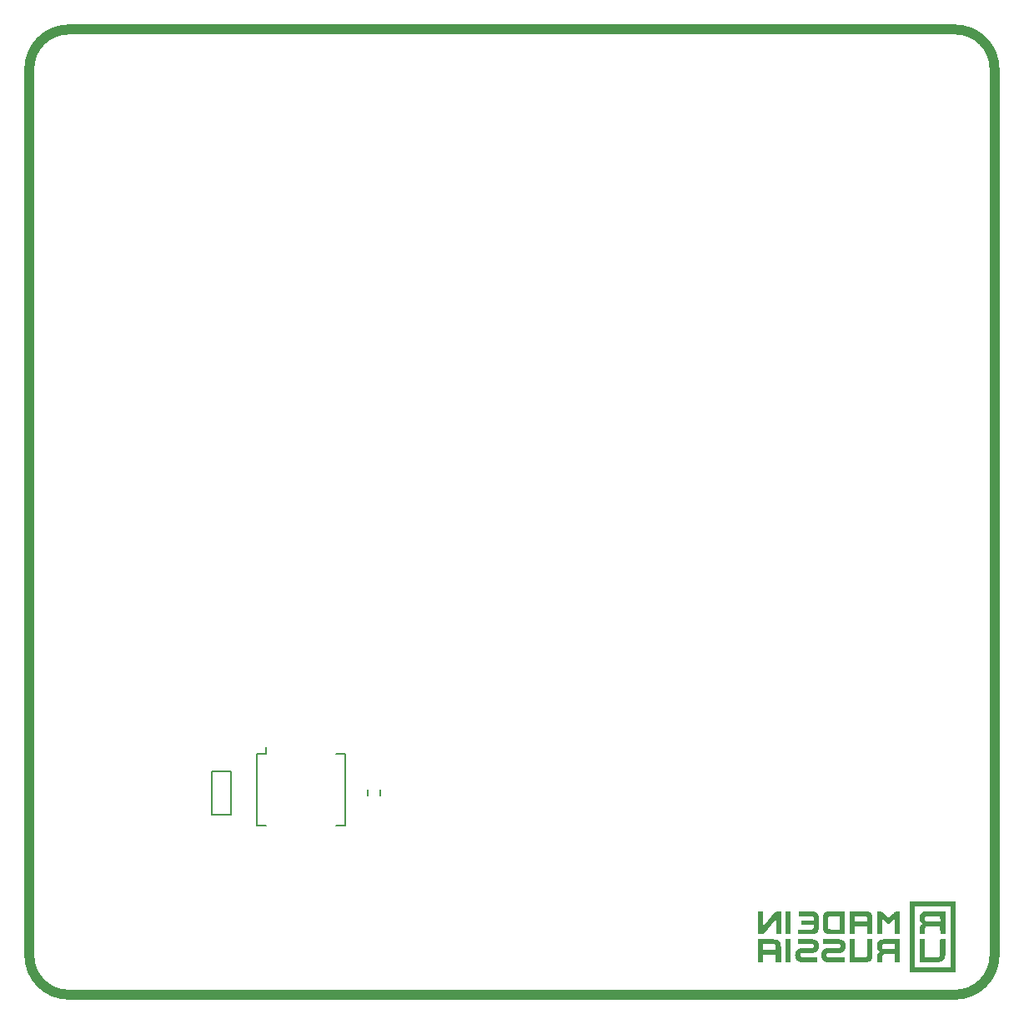
<source format=gbo>
G04*
G04 #@! TF.GenerationSoftware,Altium Limited,Altium Designer,24.1.2 (44)*
G04*
G04 Layer_Color=32896*
%FSLAX44Y44*%
%MOMM*%
G71*
G04*
G04 #@! TF.SameCoordinates,4F868512-D97F-4151-AA10-91EEB4B24D68*
G04*
G04*
G04 #@! TF.FilePolarity,Positive*
G04*
G01*
G75*
%ADD10C,0.1500*%
%ADD57C,1.0000*%
%ADD58C,0.2000*%
G36*
X783152Y94635D02*
X783237Y94549D01*
X783256Y71757D01*
X783237Y71700D01*
X783256Y71585D01*
X783275Y71528D01*
X783256Y71433D01*
X783171Y71367D01*
X778171Y71348D01*
X778095Y71367D01*
X778038Y71443D01*
X778048Y93028D01*
Y93047D01*
Y94511D01*
X778067Y94587D01*
X778095Y94615D01*
X778162Y94644D01*
X782886Y94635D01*
X782943Y94654D01*
X783152Y94635D01*
D02*
G37*
G36*
X838223D02*
X838270Y94587D01*
X838289Y94492D01*
X838308Y94435D01*
X838299Y94216D01*
X838308Y80995D01*
Y80976D01*
X838299Y71747D01*
X838308Y71433D01*
X838242Y71367D01*
X823832Y71348D01*
X823775Y71367D01*
X822673Y71386D01*
X822578Y71424D01*
X822026Y71443D01*
X821950Y71462D01*
X821893Y71481D01*
X821665Y71500D01*
X821608Y71519D01*
X821247Y71538D01*
X821019Y71576D01*
X820943Y71595D01*
X820715Y71633D01*
X820563Y71671D01*
X820506Y71690D01*
X820316Y71709D01*
X820239Y71728D01*
X820107Y71747D01*
X820021Y71775D01*
X819812Y71852D01*
X819736Y71871D01*
X819612Y71899D01*
X819536Y71918D01*
X819451Y71947D01*
X819356Y71985D01*
X819146Y72061D01*
X819042Y72089D01*
X818918Y72137D01*
X818804Y72213D01*
X818681Y72260D01*
X818548Y72298D01*
X818510Y72336D01*
X818262Y72469D01*
X818186Y72545D01*
X818053Y72621D01*
X817958Y72660D01*
X817911Y72707D01*
X817806Y72793D01*
X817768Y72811D01*
X817664Y72916D01*
X817559Y73002D01*
X817521Y73021D01*
X817474Y73068D01*
X817455Y73106D01*
X817426Y73135D01*
X817388Y73154D01*
X817302Y73239D01*
X817283Y73277D01*
X817207Y73353D01*
X817188Y73391D01*
X817150Y73429D01*
X817132Y73467D01*
X817017Y73581D01*
X816922Y73714D01*
X816903Y73752D01*
X816846Y73809D01*
X816770Y73943D01*
X816713Y74076D01*
X816666Y74123D01*
X816571Y74275D01*
X816542Y74380D01*
X816457Y74522D01*
X816400Y74637D01*
X816371Y74760D01*
X816314Y74893D01*
X816266Y74941D01*
X816228Y75036D01*
X816209Y75131D01*
X816181Y75254D01*
X816143Y75387D01*
X816095Y75492D01*
X816057Y75587D01*
X816019Y75739D01*
X816000Y75853D01*
X815981Y75929D01*
X815953Y76110D01*
X815934Y76186D01*
X815886Y76347D01*
X815858Y76471D01*
X815839Y76528D01*
X815820Y76889D01*
X815801Y76965D01*
X815782Y77022D01*
X815763Y77250D01*
X815744Y77326D01*
X815725Y77383D01*
X815706Y77726D01*
X815687Y77783D01*
X815668Y78486D01*
X815649Y78543D01*
X815630Y87344D01*
X815649Y87401D01*
X815668Y88086D01*
X815687Y88143D01*
X815706Y88428D01*
X815725Y88618D01*
X815744Y88675D01*
X815763Y88922D01*
X815801Y89017D01*
X815820Y89245D01*
X815839Y89435D01*
X815858Y89569D01*
X815896Y89702D01*
X815924Y89806D01*
X815953Y89930D01*
X815972Y90006D01*
X816048Y90424D01*
X816076Y90528D01*
X816190Y90833D01*
X816219Y90956D01*
X816238Y91032D01*
X816295Y91165D01*
X816323Y91194D01*
X816409Y91431D01*
X816618Y91869D01*
X816637Y91907D01*
X816675Y91945D01*
X816789Y92154D01*
X816808Y92192D01*
X816865Y92249D01*
X816960Y92420D01*
X816989Y92449D01*
X817027Y92467D01*
X817112Y92572D01*
X817132Y92610D01*
X817283Y92762D01*
X817302Y92800D01*
X817350Y92848D01*
X817388Y92867D01*
X817474Y92952D01*
X817493Y92990D01*
X817521Y93019D01*
X817559Y93038D01*
X817597Y93076D01*
X817635Y93095D01*
X817721Y93180D01*
X817835Y93256D01*
X817854Y93294D01*
X817958Y93380D01*
X817996Y93399D01*
X818091Y93437D01*
X818167Y93513D01*
X818205Y93532D01*
X818243Y93570D01*
X818319Y93589D01*
X818453Y93646D01*
X818538Y93732D01*
X818662Y93779D01*
X818795Y93817D01*
X818823Y93846D01*
X818937Y93922D01*
X819061Y93950D01*
X819184Y93998D01*
X819279Y94036D01*
X819432Y94093D01*
X819555Y94121D01*
X819631Y94140D01*
X819793Y94188D01*
X820002Y94264D01*
X820078Y94283D01*
X820325Y94321D01*
X820439Y94340D01*
X820534Y94359D01*
X820658Y94387D01*
X820810Y94425D01*
X821038Y94464D01*
X821095Y94482D01*
X821646Y94521D01*
X821836Y94539D01*
X821931Y94578D01*
X822331Y94597D01*
X822388Y94578D01*
X822521Y94597D01*
X822578Y94615D01*
X837899Y94635D01*
X838090Y94654D01*
X838223Y94635D01*
D02*
G37*
G36*
X893940Y94615D02*
X894006Y94549D01*
X894025Y94302D01*
X894006Y94169D01*
X894025Y94112D01*
X894016Y71747D01*
X894025Y71433D01*
X893940Y71367D01*
X889130Y71348D01*
X889054Y71367D01*
X889016Y71443D01*
X889026Y87287D01*
X889007Y87420D01*
X888921Y87487D01*
X888864Y87468D01*
X888836Y87439D01*
X888779Y87344D01*
X888741Y87306D01*
X888722Y87268D01*
X888693Y87259D01*
X888541Y87107D01*
X888408Y87012D01*
X888370Y86993D01*
X888341Y86964D01*
X888322Y86926D01*
X888218Y86822D01*
X888180Y86803D01*
X888151Y86774D01*
X888132Y86736D01*
X888066Y86670D01*
X887999Y86622D01*
X887952Y86556D01*
X887914Y86537D01*
X887876Y86498D01*
X887838Y86479D01*
X887686Y86327D01*
X887648Y86308D01*
X887562Y86223D01*
X887514Y86156D01*
X887477Y86137D01*
X887372Y86033D01*
X887353Y85995D01*
X887324Y85966D01*
X887286Y85947D01*
X887201Y85862D01*
X887096Y85776D01*
X887058Y85757D01*
X886973Y85672D01*
X886954Y85633D01*
X886925Y85624D01*
X886821Y85520D01*
X886773Y85453D01*
X886735Y85434D01*
X886564Y85263D01*
X886469Y85206D01*
X886317Y85054D01*
X886279Y85035D01*
X886250Y85006D01*
X886231Y84968D01*
X886165Y84902D01*
X886127Y84883D01*
X886060Y84816D01*
X886041Y84778D01*
X885994Y84731D01*
X885956Y84712D01*
X885918Y84674D01*
X885880Y84655D01*
X885728Y84502D01*
X885690Y84483D01*
X885328Y84122D01*
X885290Y84103D01*
X885224Y84037D01*
X885119Y83951D01*
X885081Y83932D01*
X885015Y83866D01*
X884996Y83828D01*
X884929Y83761D01*
X884891Y83742D01*
X884844Y83694D01*
X884825Y83657D01*
X884739Y83571D01*
X884701Y83552D01*
X884654Y83504D01*
X884635Y83466D01*
X884492Y83362D01*
X884454Y83343D01*
X884445Y83314D01*
X884359Y83229D01*
X884321Y83210D01*
X884273Y83162D01*
X884254Y83124D01*
X884188Y83058D01*
X884150Y83039D01*
X884083Y82972D01*
X884064Y82934D01*
X884036Y82906D01*
X883903Y82811D01*
X883865Y82792D01*
X883389Y82316D01*
X883351Y82297D01*
X883199Y82145D01*
X883161Y82126D01*
X883123Y82088D01*
X883085Y82069D01*
X883019Y82003D01*
X883000Y81965D01*
X882952Y81917D01*
X882914Y81898D01*
X882829Y81813D01*
X882810Y81775D01*
X882781Y81746D01*
X882743Y81727D01*
X882677Y81660D01*
X882439Y81499D01*
X882325Y81480D01*
X882230Y81575D01*
X882192Y81594D01*
X882125Y81660D01*
X882021Y81746D01*
X881983Y81765D01*
X881935Y81813D01*
X881916Y81851D01*
X881831Y81936D01*
X881793Y81955D01*
X881764Y81984D01*
X881745Y82022D01*
X881640Y82126D01*
X881602Y82145D01*
X881536Y82212D01*
X881431Y82297D01*
X881393Y82316D01*
X881365Y82345D01*
X881346Y82383D01*
X881279Y82449D01*
X881241Y82468D01*
X881194Y82516D01*
X881175Y82554D01*
X881089Y82640D01*
X881051Y82659D01*
X881004Y82706D01*
X880985Y82744D01*
X880937Y82792D01*
X880804Y82868D01*
X880310Y83362D01*
X880272Y83381D01*
X880177Y83476D01*
X880139Y83495D01*
X879721Y83913D01*
X879682Y83932D01*
X879625Y83989D01*
X879587Y84008D01*
X879492Y84103D01*
X879454Y84122D01*
X879350Y84227D01*
X879331Y84265D01*
X879302Y84274D01*
X878960Y84616D01*
X878865Y84674D01*
X878504Y85035D01*
X878466Y85054D01*
X878456Y85082D01*
X878418Y85120D01*
X878399Y85158D01*
X878257Y85244D01*
X878143Y85358D01*
X878105Y85377D01*
X878057Y85424D01*
X878038Y85462D01*
X877972Y85529D01*
X877934Y85548D01*
X877886Y85596D01*
X877867Y85633D01*
X877801Y85700D01*
X877763Y85719D01*
X877725Y85757D01*
X877686Y85776D01*
X877534Y85928D01*
X877496Y85947D01*
X877088Y86356D01*
X876983Y86441D01*
X876888Y86498D01*
X876822Y86565D01*
X876803Y86603D01*
X876755Y86650D01*
X876717Y86670D01*
X876631Y86755D01*
X876612Y86793D01*
X876565Y86841D01*
X876527Y86860D01*
X876441Y86945D01*
X876422Y86983D01*
X876356Y87031D01*
X876318Y87050D01*
X876185Y87183D01*
X876147Y87202D01*
X876099Y87249D01*
X876080Y87287D01*
X876014Y87354D01*
X875881Y87430D01*
X875795Y87420D01*
X875776Y71775D01*
X875757Y71719D01*
X875767Y71633D01*
X875786Y71519D01*
X875776Y71433D01*
X875691Y71367D01*
X870843Y71348D01*
X870796Y71395D01*
X870767Y71462D01*
X870777Y94511D01*
X870796Y94587D01*
X870853Y94644D01*
X873105Y94635D01*
X873352Y94654D01*
X873428Y94635D01*
X873485Y94615D01*
X873752Y94597D01*
X873828Y94578D01*
X873932Y94549D01*
X874008Y94530D01*
X874246Y94501D01*
X874379Y94482D01*
X874455Y94464D01*
X874578Y94416D01*
X874788Y94340D01*
X874883Y94321D01*
X874987Y94292D01*
X875120Y94197D01*
X875215Y94159D01*
X875348Y94121D01*
X875443Y94083D01*
X875481Y94045D01*
X875691Y93931D01*
X875729Y93912D01*
X875786Y93855D01*
X875852Y93808D01*
X875976Y93760D01*
X876090Y93646D01*
X876261Y93551D01*
X876346Y93465D01*
X876451Y93380D01*
X876489Y93361D01*
X876565Y93285D01*
X876727Y93180D01*
X876746Y93142D01*
X876850Y93038D01*
X876888Y93019D01*
X876936Y92971D01*
X877040Y92886D01*
X877107Y92838D01*
X877126Y92800D01*
X877230Y92696D01*
X877297Y92648D01*
X877316Y92610D01*
X877420Y92506D01*
X877458Y92486D01*
X877487Y92458D01*
X877506Y92420D01*
X877591Y92334D01*
X877658Y92287D01*
X877677Y92249D01*
X877782Y92144D01*
X877820Y92125D01*
X877848Y92097D01*
X877867Y92059D01*
X877972Y91954D01*
X878010Y91935D01*
X878143Y91802D01*
X878181Y91783D01*
X878314Y91650D01*
X878352Y91631D01*
X878437Y91545D01*
X878456Y91508D01*
X878504Y91460D01*
X878542Y91441D01*
X878627Y91355D01*
X878646Y91317D01*
X878694Y91270D01*
X878732Y91251D01*
X878799Y91184D01*
X878818Y91146D01*
X878865Y91099D01*
X878903Y91080D01*
X878989Y90994D01*
X879008Y90956D01*
X879036Y90928D01*
X879074Y90909D01*
X879179Y90804D01*
X879198Y90766D01*
X879226Y90738D01*
X879264Y90719D01*
X879302Y90681D01*
X879340Y90661D01*
X879492Y90510D01*
X879530Y90491D01*
X880053Y89968D01*
X880063Y89958D01*
X880576Y89445D01*
X880709Y89369D01*
X880776Y89302D01*
X880795Y89264D01*
X880823Y89236D01*
X880861Y89217D01*
X880947Y89131D01*
X880966Y89093D01*
X881013Y89046D01*
X881051Y89027D01*
X881137Y88941D01*
X881156Y88903D01*
X881184Y88875D01*
X881222Y88856D01*
X881327Y88751D01*
X881346Y88713D01*
X881374Y88685D01*
X881412Y88666D01*
X881498Y88580D01*
X881517Y88542D01*
X881564Y88495D01*
X881602Y88475D01*
X881688Y88390D01*
X881707Y88352D01*
X881736Y88323D01*
X881774Y88304D01*
X881812Y88266D01*
X881850Y88247D01*
X881945Y88152D01*
X881983Y88133D01*
X882068Y88048D01*
X882116Y87981D01*
X882154Y87962D01*
X882220Y87896D01*
X882239Y87858D01*
X882306Y87791D01*
X882382Y87772D01*
X882458Y87791D01*
X882553Y87886D01*
X882591Y87905D01*
X882657Y87972D01*
X882677Y88010D01*
X882724Y88057D01*
X882857Y88133D01*
X883979Y89255D01*
X884150Y89388D01*
X884188Y89407D01*
X884235Y89454D01*
X884254Y89493D01*
X884340Y89578D01*
X884378Y89597D01*
X884425Y89644D01*
X884445Y89683D01*
X884511Y89749D01*
X884549Y89768D01*
X884596Y89816D01*
X884615Y89854D01*
X884701Y89939D01*
X884739Y89958D01*
X884787Y90006D01*
X884806Y90044D01*
X884872Y90110D01*
X884910Y90129D01*
X884977Y90196D01*
X884996Y90234D01*
X885062Y90300D01*
X885100Y90319D01*
X885148Y90367D01*
X885167Y90405D01*
X885271Y90491D01*
X885309Y90510D01*
X885443Y90642D01*
X885480Y90661D01*
X885547Y90728D01*
X885566Y90766D01*
X885613Y90814D01*
X885652Y90833D01*
X885718Y90899D01*
X885737Y90937D01*
X885804Y91004D01*
X885842Y91023D01*
X885908Y91089D01*
X885927Y91127D01*
X885994Y91194D01*
X886032Y91213D01*
X886098Y91279D01*
X886117Y91317D01*
X886165Y91365D01*
X886203Y91384D01*
X886269Y91450D01*
X886288Y91489D01*
X886355Y91555D01*
X886393Y91574D01*
X886526Y91707D01*
X886564Y91726D01*
X886602Y91764D01*
X886640Y91783D01*
X887638Y92781D01*
X887743Y92867D01*
X887781Y92886D01*
X887952Y93057D01*
X887990Y93076D01*
X888075Y93161D01*
X888180Y93247D01*
X888218Y93266D01*
X888246Y93294D01*
X888265Y93332D01*
X888294Y93361D01*
X888427Y93437D01*
X888475Y93484D01*
X888493Y93523D01*
X888541Y93551D01*
X888674Y93627D01*
X888712Y93646D01*
X888807Y93741D01*
X888969Y93827D01*
X889073Y93912D01*
X889111Y93931D01*
X889235Y93998D01*
X889339Y94083D01*
X889435Y94121D01*
X889586Y94159D01*
X889682Y94216D01*
X889748Y94264D01*
X889843Y94302D01*
X889919Y94321D01*
X890014Y94340D01*
X890090Y94359D01*
X890299Y94454D01*
X890375Y94473D01*
X890556Y94501D01*
X890689Y94521D01*
X890765Y94539D01*
X890822Y94558D01*
X891145Y94597D01*
X891202Y94615D01*
X893541Y94635D01*
X893788Y94654D01*
X893940Y94615D01*
D02*
G37*
G36*
X804633Y94635D02*
X804737Y94606D01*
X804813Y94587D01*
X805127Y94597D01*
X805317Y94578D01*
X805422Y94549D01*
X805517Y94530D01*
X806001Y94501D01*
X806134Y94482D01*
X806191Y94464D01*
X806477Y94445D01*
X806629Y94406D01*
X806762Y94349D01*
X806952Y94330D01*
X807028Y94311D01*
X807161Y94292D01*
X807237Y94273D01*
X807370Y94235D01*
X807494Y94188D01*
X807712Y94140D01*
X807874Y94093D01*
X808159Y93979D01*
X808263Y93950D01*
X808387Y93903D01*
X808501Y93827D01*
X808625Y93779D01*
X808758Y93741D01*
X808815Y93684D01*
X808853Y93665D01*
X808891Y93627D01*
X809081Y93551D01*
X809119Y93532D01*
X809157Y93494D01*
X809366Y93380D01*
X809414Y93332D01*
X809433Y93294D01*
X809556Y93209D01*
X809594Y93190D01*
X809623Y93161D01*
X809642Y93123D01*
X809746Y93038D01*
X809784Y93019D01*
X809822Y92981D01*
X809860Y92962D01*
X809917Y92905D01*
X810003Y92800D01*
X810022Y92762D01*
X810155Y92629D01*
X810174Y92591D01*
X810212Y92553D01*
X810231Y92515D01*
X810307Y92439D01*
X810383Y92306D01*
X810459Y92230D01*
X810583Y92011D01*
X810706Y91831D01*
X810725Y91755D01*
X810801Y91641D01*
X810849Y91574D01*
X810887Y91479D01*
X810906Y91403D01*
X810934Y91279D01*
X811010Y91165D01*
X811029Y91127D01*
X811067Y91032D01*
X811124Y90804D01*
X811172Y90681D01*
X811238Y90500D01*
X811257Y90424D01*
X811276Y90291D01*
X811343Y90072D01*
X811381Y89920D01*
X811400Y89806D01*
X811419Y89730D01*
X811448Y89550D01*
X811505Y89093D01*
X811524Y89036D01*
X811543Y88827D01*
X811562Y88751D01*
X811581Y88618D01*
X811600Y88561D01*
X811619Y87877D01*
X811638Y87820D01*
X811657Y86679D01*
X811676Y86546D01*
X811695Y86489D01*
X811714Y86375D01*
X811733Y86318D01*
X811714Y86299D01*
X811723Y79731D01*
X811714Y79646D01*
X811695Y79569D01*
X811676Y79512D01*
X811657Y78410D01*
X811638Y78353D01*
X811609Y77621D01*
X811590Y77469D01*
X811552Y77241D01*
X811533Y77070D01*
X811514Y76975D01*
X811495Y76861D01*
X811467Y76680D01*
X811448Y76547D01*
X811429Y76357D01*
X811362Y76138D01*
X811333Y75977D01*
X811305Y75872D01*
X811267Y75682D01*
X811238Y75558D01*
X811191Y75454D01*
X811134Y75302D01*
X811115Y75226D01*
X811086Y75064D01*
X811039Y74941D01*
X810963Y74826D01*
X810858Y74532D01*
X810706Y74209D01*
X810611Y74076D01*
X810516Y73905D01*
X810497Y73867D01*
X810440Y73809D01*
X810345Y73639D01*
X810212Y73505D01*
X810155Y73410D01*
X809917Y73173D01*
X809851Y73125D01*
X809832Y73087D01*
X809727Y72983D01*
X809689Y72964D01*
X809642Y72916D01*
X809537Y72831D01*
X809499Y72811D01*
X809347Y72660D01*
X809309Y72640D01*
X809176Y72583D01*
X809138Y72564D01*
X809081Y72507D01*
X808948Y72431D01*
X808853Y72393D01*
X808815Y72355D01*
X808777Y72336D01*
X808748Y72308D01*
X808625Y72260D01*
X808454Y72184D01*
X808320Y72108D01*
X808244Y72089D01*
X808121Y72042D01*
X808026Y72004D01*
X807817Y71928D01*
X807693Y71899D01*
X807541Y71861D01*
X807351Y71785D01*
X807246Y71757D01*
X807132Y71737D01*
X806819Y71690D01*
X806591Y71633D01*
X806496Y71595D01*
X806267Y71576D01*
X806210Y71557D01*
X805887Y71538D01*
X805830Y71519D01*
X805469Y71500D01*
X805374Y71462D01*
X804785Y71443D01*
X804690Y71405D01*
X803663Y71386D01*
X803606Y71367D01*
X790566Y71348D01*
X790433Y71386D01*
X790395Y71424D01*
X790385Y71433D01*
X790366Y71490D01*
X790385Y71585D01*
X790404Y71662D01*
X790385Y71719D01*
X790395Y75910D01*
X790385Y76129D01*
X790414Y76214D01*
X790546Y76290D01*
X804148Y76281D01*
X804271Y76290D01*
X804395Y76338D01*
X804699Y76357D01*
X804851Y76395D01*
X805060Y76433D01*
X805174Y76452D01*
X805298Y76480D01*
X805412Y76556D01*
X805507Y76594D01*
X805640Y76652D01*
X805716Y76727D01*
X805754Y76747D01*
X805811Y76804D01*
X805849Y76823D01*
X805935Y76908D01*
X806011Y77041D01*
X806134Y77203D01*
X806201Y77383D01*
X806248Y77488D01*
X806286Y77583D01*
X806324Y77735D01*
X806353Y77992D01*
X806372Y78049D01*
X806391Y78524D01*
X806439Y78685D01*
X806458Y80453D01*
X806448Y80577D01*
X806344Y80681D01*
X794158Y80701D01*
X793911Y80681D01*
X793835Y80701D01*
X793788Y80748D01*
X793769Y85310D01*
X793750Y85367D01*
X793769Y85500D01*
X793854Y85567D01*
X794054Y85557D01*
X806039Y85567D01*
X806172Y85548D01*
X806248Y85567D01*
X806382Y85586D01*
X806410Y85615D01*
X806458Y85681D01*
X806448Y87287D01*
X806401Y87449D01*
X806382Y87867D01*
X806315Y88333D01*
X806296Y88409D01*
X806210Y88628D01*
X806163Y88751D01*
X806125Y88846D01*
X806106Y88884D01*
X806049Y88941D01*
X806030Y88979D01*
X805935Y89131D01*
X805830Y89217D01*
X805792Y89236D01*
X805650Y89378D01*
X805526Y89426D01*
X805288Y89550D01*
X805184Y89578D01*
X805108Y89597D01*
X804975Y89616D01*
X804785Y89635D01*
X804690Y89673D01*
X804405Y89692D01*
X804309Y89730D01*
X791383Y89749D01*
X791288Y89787D01*
X791250Y89863D01*
X791259Y94207D01*
X791240Y94264D01*
X791259Y94492D01*
X791278Y94568D01*
X791326Y94615D01*
X804309Y94635D01*
X804557Y94654D01*
X804633Y94635D01*
D02*
G37*
G36*
X773115D02*
X773200Y94549D01*
X773219Y71757D01*
X773200Y71700D01*
X773219Y71585D01*
X773238Y71528D01*
X773219Y71433D01*
X773134Y71367D01*
X768305Y71348D01*
X768201Y71395D01*
X768182Y86299D01*
X768201Y86546D01*
X768182Y86679D01*
X768115Y86727D01*
X768058Y86707D01*
X768030Y86679D01*
X768011Y86641D01*
X767878Y86508D01*
X767773Y86346D01*
X767735Y86327D01*
X767678Y86251D01*
X767602Y86137D01*
X767564Y86118D01*
X767516Y86071D01*
X767440Y85938D01*
X767374Y85871D01*
X767288Y85767D01*
X767269Y85729D01*
X767231Y85690D01*
X767098Y85520D01*
X767079Y85481D01*
X766965Y85367D01*
X766908Y85272D01*
X766823Y85187D01*
X766737Y85082D01*
X766718Y85044D01*
X766642Y84968D01*
X766547Y84835D01*
X766528Y84797D01*
X766452Y84721D01*
X766357Y84588D01*
X766338Y84550D01*
X766243Y84474D01*
X766167Y84341D01*
X766138Y84312D01*
X766100Y84293D01*
X766053Y84246D01*
X765996Y84151D01*
X765958Y84113D01*
X765939Y84075D01*
X765863Y83999D01*
X765844Y83961D01*
X765806Y83923D01*
X765787Y83885D01*
X765711Y83809D01*
X765615Y83675D01*
X765596Y83638D01*
X765568Y83609D01*
X765530Y83590D01*
X765444Y83466D01*
X765425Y83428D01*
X765330Y83352D01*
X765254Y83219D01*
X765159Y83124D01*
X765140Y83086D01*
X765102Y83048D01*
X765083Y83010D01*
X764969Y82896D01*
X764893Y82763D01*
X764779Y82649D01*
X764722Y82554D01*
X764646Y82478D01*
X764513Y82307D01*
X764494Y82269D01*
X764446Y82221D01*
X764361Y82117D01*
X764342Y82079D01*
X764209Y81946D01*
X764190Y81908D01*
X764152Y81870D01*
X764133Y81832D01*
X764038Y81736D01*
X763981Y81642D01*
X763943Y81603D01*
X763810Y81432D01*
X763762Y81366D01*
X763724Y81347D01*
X763639Y81223D01*
X763619Y81185D01*
X763505Y81071D01*
X763486Y81033D01*
X763448Y80995D01*
X763429Y80957D01*
X763372Y80900D01*
X763239Y80729D01*
X763220Y80691D01*
X763144Y80615D01*
X763087Y80520D01*
X762992Y80425D01*
X762897Y80292D01*
X762878Y80254D01*
X762793Y80168D01*
X762707Y80064D01*
X762688Y80026D01*
X762621Y79959D01*
X762536Y79855D01*
X762517Y79817D01*
X762450Y79750D01*
X762365Y79646D01*
X762346Y79608D01*
X762251Y79512D01*
X762156Y79379D01*
X762137Y79341D01*
X762004Y79208D01*
X761985Y79170D01*
X761947Y79132D01*
X761928Y79094D01*
X761890Y79056D01*
X761795Y78923D01*
X761776Y78885D01*
X761747Y78857D01*
X761709Y78838D01*
X761623Y78714D01*
X761604Y78676D01*
X761576Y78647D01*
X761509Y78600D01*
X761433Y78467D01*
X761319Y78353D01*
X761300Y78315D01*
X761262Y78277D01*
X761243Y78239D01*
X761215Y78210D01*
X761129Y78106D01*
X761072Y78011D01*
X760958Y77897D01*
X760901Y77801D01*
X760835Y77735D01*
X760797Y77716D01*
X760711Y77593D01*
X760692Y77554D01*
X760578Y77440D01*
X760502Y77307D01*
X760407Y77212D01*
X760302Y77051D01*
X760264Y77032D01*
X760179Y76927D01*
X760160Y76889D01*
X760065Y76794D01*
X759970Y76661D01*
X759951Y76623D01*
X759922Y76594D01*
X759884Y76575D01*
X759799Y76452D01*
X759780Y76414D01*
X759684Y76319D01*
X759608Y76186D01*
X759523Y76100D01*
X759437Y75996D01*
X759418Y75958D01*
X759304Y75844D01*
X759247Y75749D01*
X759152Y75654D01*
X759057Y75520D01*
X759038Y75482D01*
X758972Y75416D01*
X758886Y75311D01*
X758867Y75273D01*
X758753Y75159D01*
X758696Y75064D01*
X758563Y74931D01*
X758506Y74836D01*
X758468Y74798D01*
X758420Y74731D01*
X758335Y74627D01*
X758287Y74560D01*
X758249Y74541D01*
X758240Y74513D01*
X758126Y74399D01*
X758107Y74361D01*
X758050Y74323D01*
X758031Y74285D01*
X757993Y74247D01*
X757974Y74209D01*
X757936Y74171D01*
X757916Y74133D01*
X757888Y74123D01*
X757822Y74057D01*
X757803Y74019D01*
X757612Y73829D01*
X757565Y73762D01*
X757527Y73743D01*
X757460Y73657D01*
X757441Y73619D01*
X757251Y73429D01*
X757232Y73391D01*
X757204Y73382D01*
X757166Y73344D01*
X757128Y73325D01*
X757033Y73230D01*
X756995Y73211D01*
X756786Y73002D01*
X756748Y72983D01*
X756662Y72897D01*
X756557Y72811D01*
X756519Y72793D01*
X756481Y72755D01*
X756310Y72621D01*
X756272Y72602D01*
X756196Y72526D01*
X755987Y72412D01*
X755911Y72336D01*
X755778Y72260D01*
X755683Y72222D01*
X755654Y72194D01*
X755550Y72108D01*
X755369Y72042D01*
X755179Y71928D01*
X755103Y71909D01*
X754980Y71880D01*
X754856Y71832D01*
X754742Y71757D01*
X754542Y71709D01*
X754466Y71690D01*
X754219Y71614D01*
X754086Y71576D01*
X753982Y71547D01*
X753497Y71500D01*
X753402Y71462D01*
X753155Y71443D01*
X752965Y71424D01*
X752907Y71405D01*
X752166Y71386D01*
X752109Y71367D01*
X750151Y71348D01*
X750142Y94625D01*
X754618Y94635D01*
X754922Y94654D01*
X754999Y94635D01*
X755046Y94568D01*
X755065Y92572D01*
Y92553D01*
Y79988D01*
X755046Y79455D01*
X755094Y79351D01*
X755189Y79332D01*
X755217Y79360D01*
X755293Y79493D01*
X755369Y79569D01*
X755388Y79608D01*
X755426Y79646D01*
X755445Y79683D01*
X755521Y79759D01*
X755540Y79798D01*
X755578Y79836D01*
X755597Y79874D01*
X755654Y79931D01*
X755673Y79969D01*
X755750Y80045D01*
X755797Y80111D01*
X755873Y80225D01*
X755911Y80244D01*
X756016Y80387D01*
X756035Y80425D01*
X756063Y80453D01*
X756101Y80472D01*
X756187Y80596D01*
X756206Y80634D01*
X756282Y80710D01*
X756301Y80748D01*
X756339Y80786D01*
X756358Y80824D01*
X756415Y80881D01*
X756548Y81052D01*
X756567Y81090D01*
X756633Y81157D01*
X756719Y81261D01*
X756738Y81299D01*
X756852Y81413D01*
X756909Y81508D01*
X756947Y81546D01*
X756966Y81585D01*
X757042Y81660D01*
X757061Y81699D01*
X757099Y81736D01*
X757118Y81775D01*
X757204Y81860D01*
X757289Y81965D01*
X757308Y82003D01*
X757375Y82069D01*
X757460Y82174D01*
X757479Y82212D01*
X757527Y82259D01*
X757612Y82364D01*
X757631Y82402D01*
X757679Y82449D01*
X757765Y82554D01*
X757822Y82649D01*
X757936Y82763D01*
X757955Y82801D01*
X757993Y82839D01*
X758012Y82877D01*
X758069Y82934D01*
X758202Y83105D01*
X758221Y83143D01*
X758268Y83191D01*
X758354Y83295D01*
X758373Y83333D01*
X758430Y83390D01*
X758563Y83561D01*
X758582Y83600D01*
X758648Y83666D01*
X758734Y83771D01*
X758753Y83809D01*
X758820Y83875D01*
X758905Y83980D01*
X758924Y84018D01*
X759038Y84132D01*
X759095Y84227D01*
X759171Y84303D01*
X759304Y84474D01*
X759323Y84512D01*
X759437Y84626D01*
X759456Y84664D01*
X759513Y84721D01*
X759532Y84759D01*
X759570Y84797D01*
X759618Y84864D01*
X759694Y84978D01*
X759732Y84997D01*
X759837Y85139D01*
X759855Y85177D01*
X759884Y85206D01*
X759922Y85225D01*
X760008Y85348D01*
X760027Y85386D01*
X760093Y85453D01*
X760179Y85557D01*
X760198Y85596D01*
X760236Y85633D01*
X760369Y85805D01*
X760388Y85843D01*
X760454Y85909D01*
X760540Y86014D01*
X760559Y86052D01*
X760644Y86137D01*
X760730Y86242D01*
X760749Y86280D01*
X760844Y86375D01*
X760939Y86508D01*
X760958Y86546D01*
X761053Y86641D01*
X761110Y86736D01*
X761224Y86850D01*
X761281Y86945D01*
X761395Y87059D01*
X761443Y87126D01*
X761519Y87240D01*
X761557Y87259D01*
X761604Y87325D01*
X761661Y87420D01*
X761776Y87535D01*
X761852Y87668D01*
X761966Y87782D01*
X762023Y87877D01*
X762108Y87962D01*
X762194Y88067D01*
X762213Y88105D01*
X762327Y88219D01*
X762403Y88352D01*
X762517Y88466D01*
X762593Y88599D01*
X762621Y88628D01*
X762659Y88646D01*
X762745Y88751D01*
X762764Y88789D01*
X762878Y88903D01*
X762935Y88998D01*
X763011Y89074D01*
X763030Y89112D01*
X763068Y89150D01*
X763087Y89188D01*
X763154Y89255D01*
X763239Y89359D01*
X763296Y89454D01*
X763334Y89493D01*
X763353Y89530D01*
X763382Y89540D01*
X763429Y89587D01*
X763505Y89721D01*
X763534Y89749D01*
X763572Y89768D01*
X763677Y89911D01*
X763696Y89949D01*
X763772Y90025D01*
X763791Y90063D01*
X763829Y90101D01*
X763848Y90139D01*
X763962Y90253D01*
X764038Y90386D01*
X764152Y90500D01*
X764209Y90595D01*
X764294Y90681D01*
X764380Y90785D01*
X764399Y90823D01*
X764465Y90890D01*
X764551Y90994D01*
X764570Y91032D01*
X764608Y91070D01*
X764627Y91108D01*
X764713Y91194D01*
X764903Y91422D01*
X764979Y91536D01*
X765017Y91555D01*
X765102Y91660D01*
X765121Y91698D01*
X765273Y91850D01*
X765321Y91916D01*
X765359Y91935D01*
X765425Y92002D01*
X765482Y92097D01*
X765596Y92211D01*
X765615Y92249D01*
X765701Y92334D01*
X765739Y92353D01*
X765768Y92382D01*
X765787Y92420D01*
X765891Y92524D01*
X765929Y92543D01*
X765958Y92572D01*
X765977Y92610D01*
X766062Y92696D01*
X766100Y92715D01*
X766148Y92762D01*
X766167Y92800D01*
X766195Y92829D01*
X766233Y92848D01*
X766271Y92886D01*
X766309Y92905D01*
X766423Y93019D01*
X766461Y93038D01*
X766566Y93142D01*
X766671Y93228D01*
X766709Y93247D01*
X766775Y93313D01*
X766794Y93351D01*
X766956Y93437D01*
X767032Y93513D01*
X767203Y93608D01*
X767279Y93684D01*
X767535Y93827D01*
X767640Y93912D01*
X767735Y93950D01*
X767868Y93988D01*
X767897Y94017D01*
X768049Y94112D01*
X768201Y94150D01*
X768581Y94302D01*
X768800Y94349D01*
X768952Y94387D01*
X769056Y94416D01*
X769208Y94473D01*
X769322Y94492D01*
X769493Y94511D01*
X769769Y94539D01*
X769864Y94578D01*
X770168Y94597D01*
X770225Y94615D01*
X772849Y94635D01*
X772906Y94654D01*
X773115Y94635D01*
D02*
G37*
G36*
X859152D02*
X859304Y94597D01*
X859437Y94578D01*
X859494Y94597D01*
X859751Y94587D01*
X859941Y94549D01*
X860093Y94530D01*
X860340Y94511D01*
X860644Y94492D01*
X860759Y94473D01*
X860949Y94435D01*
X861063Y94416D01*
X861205Y94387D01*
X861310Y94359D01*
X861405Y94340D01*
X861585Y94311D01*
X861719Y94292D01*
X861795Y94273D01*
X862004Y94178D01*
X862175Y94140D01*
X862308Y94121D01*
X862507Y94036D01*
X862659Y93979D01*
X862736Y93960D01*
X862859Y93931D01*
X863049Y93798D01*
X863163Y93779D01*
X863296Y93722D01*
X863334Y93703D01*
X863391Y93646D01*
X863600Y93532D01*
X863639Y93513D01*
X863677Y93475D01*
X863810Y93399D01*
X863848Y93380D01*
X863943Y93285D01*
X864076Y93209D01*
X864180Y93104D01*
X864285Y93019D01*
X864351Y92971D01*
X864399Y92905D01*
X864437Y92886D01*
X864522Y92781D01*
X864541Y92743D01*
X864589Y92696D01*
X864627Y92677D01*
X864655Y92648D01*
X864751Y92515D01*
X864770Y92477D01*
X864865Y92382D01*
X864960Y92211D01*
X865017Y92154D01*
X865093Y92021D01*
X865131Y91926D01*
X865159Y91897D01*
X865245Y91793D01*
X865302Y91641D01*
X865359Y91508D01*
X865454Y91336D01*
X865473Y91260D01*
X865596Y91023D01*
X865615Y90947D01*
X865644Y90823D01*
X865663Y90747D01*
X865692Y90642D01*
X865730Y90548D01*
X865815Y90310D01*
X865853Y90044D01*
X865910Y89816D01*
X865939Y89730D01*
X865958Y89654D01*
X865996Y89445D01*
X866024Y89093D01*
X866043Y88903D01*
X866081Y88808D01*
X866091Y88799D01*
X866100Y88561D01*
X866138Y88466D01*
X866157Y88238D01*
X866138Y88181D01*
X866148Y88057D01*
X866176Y87839D01*
X866195Y87782D01*
X866214Y71737D01*
X866233Y71490D01*
X866214Y71414D01*
X866167Y71367D01*
X861205Y71348D01*
X861015Y71367D01*
X860968Y71414D01*
X860949Y71566D01*
X860968Y71623D01*
X860958Y78629D01*
X860968Y78828D01*
X860949Y79018D01*
X860920Y79104D01*
X860854Y79151D01*
X860778Y79170D01*
X848564Y79161D01*
X848488Y79180D01*
X848336Y79142D01*
X848288Y79075D01*
X848269Y71566D01*
X848288Y71509D01*
X848250Y71395D01*
X848203Y71367D01*
X843127Y71348D01*
X843032Y71386D01*
X842994Y71481D01*
X843003Y94435D01*
X843023Y94568D01*
X843051Y94597D01*
X843118Y94644D01*
X859152Y94635D01*
D02*
G37*
G36*
X866148Y66215D02*
X866233Y66111D01*
X866224Y65987D01*
X866205Y50532D01*
X866186Y49772D01*
X866167Y49620D01*
X866148Y49525D01*
X866157Y49211D01*
X866138Y49135D01*
X866110Y49050D01*
X866091Y48783D01*
X866053Y48688D01*
X866034Y48422D01*
X866005Y48261D01*
X865977Y48004D01*
X865958Y47928D01*
X865939Y47814D01*
X865901Y47662D01*
X865853Y47538D01*
X865815Y47272D01*
X865758Y47082D01*
X865682Y46911D01*
X865644Y46740D01*
X865625Y46664D01*
X865587Y46531D01*
X865511Y46398D01*
X865454Y46246D01*
X865397Y46113D01*
X865302Y45942D01*
X865283Y45865D01*
X865245Y45770D01*
X865188Y45713D01*
X865121Y45609D01*
X865074Y45485D01*
X865036Y45447D01*
X865017Y45409D01*
X864979Y45371D01*
X864884Y45200D01*
X864798Y45114D01*
X864713Y45010D01*
X864694Y44972D01*
X864541Y44820D01*
X864522Y44782D01*
X864494Y44753D01*
X864456Y44734D01*
X864389Y44668D01*
X864342Y44601D01*
X864209Y44506D01*
X864171Y44487D01*
X864076Y44392D01*
X864038Y44373D01*
X863905Y44240D01*
X863658Y44107D01*
X863619Y44088D01*
X863610Y44060D01*
X863334Y43917D01*
X863296Y43898D01*
X863249Y43850D01*
X863125Y43803D01*
X862935Y43746D01*
X862821Y43670D01*
X862783Y43651D01*
X862688Y43613D01*
X862612Y43594D01*
X862507Y43565D01*
X862412Y43527D01*
X862260Y43470D01*
X862061Y43423D01*
X861785Y43337D01*
X861557Y43280D01*
X861376Y43252D01*
X861148Y43214D01*
X861091Y43195D01*
X860882Y43176D01*
X860806Y43157D01*
X860749Y43138D01*
X860673Y43119D01*
X860616Y43099D01*
X860578Y43119D01*
X860454Y43109D01*
X860378Y43090D01*
X860283Y43071D01*
X859960Y43052D01*
X859466Y43033D01*
X859352Y43014D01*
X859276Y42995D01*
X859105Y42976D01*
X858544Y42986D01*
X858297Y42966D01*
X858240Y42948D01*
X843260Y42928D01*
X843203Y42909D01*
X843070Y42948D01*
X843023Y42995D01*
X843003Y51416D01*
Y51435D01*
Y65997D01*
X842984Y66054D01*
X843003Y66149D01*
X843061Y66206D01*
X843156Y66225D01*
X848089Y66215D01*
X848222Y66196D01*
X848260Y66158D01*
X848279Y66082D01*
X848269Y48109D01*
X848288Y47976D01*
X848355Y47909D01*
X848421Y47880D01*
X858088Y47890D01*
X858392Y47871D01*
X858553Y47919D01*
X858820Y47937D01*
X858895Y47957D01*
X859095Y47985D01*
X859323Y48023D01*
X859399Y48042D01*
X859665Y48156D01*
X859799Y48194D01*
X859913Y48270D01*
X860084Y48365D01*
X860217Y48498D01*
X860255Y48517D01*
X860283Y48546D01*
X860378Y48679D01*
X860397Y48717D01*
X860473Y48793D01*
X860549Y48926D01*
X860625Y49097D01*
X860644Y49135D01*
X860683Y49173D01*
X860711Y49240D01*
X860740Y49344D01*
X860759Y49420D01*
X860825Y49639D01*
X860882Y49867D01*
X860901Y49981D01*
X860920Y50304D01*
X860949Y50580D01*
X860968Y50637D01*
X860958Y50836D01*
X860968Y65731D01*
X860949Y66092D01*
X860968Y66168D01*
X861015Y66196D01*
X865939Y66215D01*
X865996Y66234D01*
X866148Y66215D01*
D02*
G37*
G36*
X893959Y66196D02*
X894006Y66149D01*
X894025Y66111D01*
X894006Y65863D01*
X894025Y65806D01*
X894016Y43442D01*
X894025Y43204D01*
X894006Y43071D01*
X893987Y42995D01*
X893940Y42948D01*
X888959Y42928D01*
X888826Y42948D01*
X888760Y43033D01*
X888741Y50713D01*
X888760Y50903D01*
X888741Y51036D01*
X888712Y51065D01*
X888579Y51141D01*
X879027Y51131D01*
X878932Y51112D01*
X878456Y51093D01*
X878124Y51065D01*
X878000Y51017D01*
X877877Y50988D01*
X877801Y50970D01*
X877591Y50912D01*
X877515Y50894D01*
X877344Y50817D01*
X877306Y50798D01*
X877097Y50703D01*
X877059Y50684D01*
X877031Y50656D01*
X876926Y50570D01*
X876888Y50551D01*
X876850Y50513D01*
X876755Y50399D01*
X876717Y50380D01*
X876679Y50342D01*
X876641Y50323D01*
X876555Y50162D01*
X876527Y50133D01*
X876441Y50029D01*
X876384Y49876D01*
X876337Y49772D01*
X876261Y49658D01*
X876242Y49582D01*
X876213Y49420D01*
X876175Y49287D01*
X876137Y49192D01*
X876118Y49116D01*
X876099Y49059D01*
X876080Y48774D01*
X876061Y48717D01*
X876042Y43109D01*
X876023Y42976D01*
X875995Y42948D01*
X875928Y42919D01*
X874626Y42928D01*
X871109D01*
X870919Y42909D01*
X870843Y42928D01*
X870796Y42976D01*
X870777Y48926D01*
X870796Y48983D01*
X870815Y49344D01*
X870834Y49591D01*
X870853Y49667D01*
X870900Y49829D01*
X870967Y50371D01*
X871005Y50523D01*
X871090Y50722D01*
X871157Y51017D01*
X871204Y51141D01*
X871280Y51255D01*
X871366Y51492D01*
X871404Y51530D01*
X871480Y51663D01*
X871518Y51758D01*
X871575Y51853D01*
X871708Y52024D01*
X871727Y52063D01*
X871803Y52139D01*
X871879Y52272D01*
X871927Y52319D01*
X871965Y52338D01*
X872050Y52424D01*
X872069Y52462D01*
X872155Y52528D01*
X872193Y52547D01*
X872259Y52614D01*
X872364Y52699D01*
X872402Y52718D01*
X872468Y52785D01*
X872573Y52870D01*
X872725Y52927D01*
X872858Y53023D01*
X872953Y53080D01*
X873162Y53175D01*
X873324Y53260D01*
X873447Y53289D01*
X873599Y53327D01*
X873666Y53412D01*
X873628Y53526D01*
X873552Y53602D01*
X873457Y53640D01*
X873333Y53669D01*
X873219Y53745D01*
X873010Y53859D01*
X872915Y53954D01*
X872782Y54030D01*
X872744Y54049D01*
X872687Y54106D01*
X872516Y54201D01*
X872430Y54287D01*
X872411Y54325D01*
X872383Y54353D01*
X872345Y54372D01*
X872240Y54477D01*
X872221Y54515D01*
X872193Y54543D01*
X872155Y54562D01*
X872069Y54648D01*
X872022Y54714D01*
X871984Y54733D01*
X871927Y54790D01*
X871841Y54895D01*
X871822Y54933D01*
X871746Y55009D01*
X871651Y55180D01*
X871632Y55218D01*
X871556Y55294D01*
X871499Y55389D01*
X871461Y55484D01*
X871404Y55541D01*
X871356Y55608D01*
X871309Y55731D01*
X871252Y55865D01*
X871233Y55903D01*
X871185Y55950D01*
X871138Y56074D01*
X871119Y56150D01*
X871071Y56254D01*
X870995Y56368D01*
X870948Y56587D01*
X870910Y56739D01*
X870862Y56844D01*
X870805Y56996D01*
X870758Y57271D01*
X870739Y57404D01*
X870682Y57537D01*
X870663Y57784D01*
X870605Y58013D01*
X870586Y58070D01*
X870567Y59857D01*
X870548Y60047D01*
X870567Y60104D01*
X870586Y60560D01*
X870624Y60826D01*
X870672Y60988D01*
X870691Y61102D01*
X870710Y61273D01*
X870748Y61425D01*
X870786Y61653D01*
X870815Y61776D01*
X870881Y61938D01*
X870919Y62033D01*
X870938Y62109D01*
X870957Y62204D01*
X870986Y62328D01*
X871071Y62470D01*
X871109Y62565D01*
X871138Y62670D01*
X871185Y62793D01*
X871280Y62945D01*
X871309Y63050D01*
X871347Y63145D01*
X871404Y63202D01*
X871537Y63449D01*
X871556Y63487D01*
X871613Y63544D01*
X871708Y63715D01*
X871765Y63773D01*
X871860Y63906D01*
X871879Y63944D01*
X871993Y64039D01*
X872069Y64172D01*
X872117Y64219D01*
X872155Y64238D01*
X872183Y64267D01*
X872202Y64305D01*
X872288Y64390D01*
X872326Y64409D01*
X872373Y64457D01*
X872392Y64495D01*
X872478Y64580D01*
X872516Y64599D01*
X872554Y64637D01*
X872592Y64656D01*
X872630Y64694D01*
X872763Y64790D01*
X872801Y64809D01*
X872858Y64865D01*
X872991Y64961D01*
X873029Y64980D01*
X873105Y65056D01*
X873200Y65113D01*
X873333Y65170D01*
X873390Y65227D01*
X873523Y65303D01*
X873695Y65379D01*
X873733Y65398D01*
X873780Y65445D01*
X873904Y65493D01*
X873980Y65512D01*
X874151Y65588D01*
X874255Y65654D01*
X874407Y65692D01*
X874502Y65731D01*
X874626Y65759D01*
X874797Y65835D01*
X874911Y65854D01*
X875139Y65911D01*
X875234Y65949D01*
X875339Y65978D01*
X875557Y66025D01*
X875691Y66044D01*
X875881Y66063D01*
X875957Y66082D01*
X876014Y66101D01*
X876318Y66120D01*
X876413Y66158D01*
X876698Y66177D01*
X876755Y66196D01*
X893883Y66215D01*
X893959Y66196D01*
D02*
G37*
G36*
X816409Y66225D02*
X832586Y66206D01*
X832681Y66187D01*
X832871Y66168D01*
X832986Y66149D01*
X833062Y66130D01*
X833271Y66111D01*
X833423Y66073D01*
X833793Y66025D01*
X833869Y66006D01*
X833964Y65968D01*
X834079Y65949D01*
X834155Y65930D01*
X834212Y65911D01*
X834231D01*
X834297Y65883D01*
X834421Y65854D01*
X834573Y65816D01*
X834791Y65711D01*
X835010Y65664D01*
X835086Y65645D01*
X835324Y65521D01*
X835447Y65474D01*
X835580Y65417D01*
X835751Y65322D01*
X835884Y65265D01*
X835941Y65208D01*
X836075Y65132D01*
X836208Y65075D01*
X836284Y64999D01*
X836417Y64923D01*
X836455Y64885D01*
X836626Y64752D01*
X836664Y64732D01*
X836816Y64580D01*
X836854Y64561D01*
X837434Y63982D01*
X837567Y63811D01*
X837586Y63773D01*
X837681Y63677D01*
X837757Y63544D01*
X837785Y63516D01*
X837871Y63411D01*
X837909Y63316D01*
X838052Y63117D01*
X838099Y62993D01*
X838137Y62898D01*
X838175Y62860D01*
X838223Y62793D01*
X838270Y62670D01*
X838327Y62537D01*
X838422Y62366D01*
X838441Y62290D01*
X838470Y62185D01*
X838517Y62062D01*
X838603Y61862D01*
X838622Y61786D01*
X838650Y61605D01*
X838679Y61501D01*
X838755Y61311D01*
X838774Y61235D01*
X838812Y61007D01*
X838831Y60816D01*
X838850Y60645D01*
X838888Y60493D01*
X838907Y60322D01*
X838926Y60113D01*
X838945Y60037D01*
X838964Y58763D01*
X838954Y58621D01*
X838916Y58526D01*
X838897Y58374D01*
X838916Y58317D01*
X838907Y58288D01*
X838888Y58193D01*
X838850Y57946D01*
X838831Y57851D01*
X838812Y57699D01*
X838793Y57509D01*
X838764Y57385D01*
X838717Y57262D01*
X838679Y57167D01*
X838660Y57091D01*
X838641Y56976D01*
X838612Y56796D01*
X838574Y56701D01*
X838479Y56549D01*
X838460Y56435D01*
X838422Y56283D01*
X838299Y56045D01*
X838232Y55865D01*
X838137Y55731D01*
X838061Y55522D01*
X837985Y55446D01*
X837909Y55313D01*
X837871Y55218D01*
X837795Y55142D01*
X837776Y55104D01*
X837738Y55066D01*
X837719Y54990D01*
X837662Y54933D01*
X837529Y54762D01*
X837510Y54724D01*
X837396Y54610D01*
X837377Y54572D01*
X837339Y54534D01*
X837320Y54496D01*
X837044Y54220D01*
X837006Y54201D01*
X836997Y54173D01*
X836892Y54068D01*
X836759Y53992D01*
X836645Y53878D01*
X836550Y53821D01*
X836417Y53688D01*
X836246Y53593D01*
X836208Y53574D01*
X836170Y53536D01*
X835960Y53422D01*
X835932Y53393D01*
X835818Y53317D01*
X835694Y53270D01*
X835580Y53194D01*
X835476Y53127D01*
X835324Y53089D01*
X835219Y53060D01*
X835181Y53023D01*
X835143Y53004D01*
X835115Y52975D01*
X835020Y52937D01*
X834877Y52909D01*
X834639Y52804D01*
X834544Y52766D01*
X834307Y52718D01*
X834174Y52680D01*
X833860Y52595D01*
X833765Y52576D01*
X833584Y52547D01*
X833508Y52528D01*
X833318Y52509D01*
X833090Y52471D01*
X833033Y52452D01*
X832710Y52414D01*
X832653Y52395D01*
X821969Y52376D01*
X821912Y52357D01*
X821418Y52338D01*
X821342Y52319D01*
X821124Y52253D01*
X820981Y52224D01*
X820848Y52205D01*
X820601Y52129D01*
X820506Y52091D01*
X820335Y52015D01*
X820239Y51977D01*
X820163Y51901D01*
X819954Y51787D01*
X819869Y51701D01*
X819850Y51663D01*
X819821Y51635D01*
X819783Y51616D01*
X819736Y51568D01*
X819622Y51359D01*
X819527Y51226D01*
X819451Y51017D01*
X819413Y50884D01*
X819365Y50779D01*
X819327Y50684D01*
X819308Y50361D01*
X819279Y50143D01*
X819298Y50086D01*
X819318Y49724D01*
X819346Y49620D01*
X819413Y49439D01*
X819489Y49173D01*
X819546Y49040D01*
X819565Y49002D01*
X819631Y48917D01*
X819679Y48793D01*
X819745Y48726D01*
X819783Y48707D01*
X819812Y48679D01*
X819831Y48641D01*
X819869Y48603D01*
X819888Y48565D01*
X819916Y48555D01*
X820068Y48403D01*
X820201Y48327D01*
X820239Y48308D01*
X820297Y48251D01*
X820430Y48175D01*
X820506Y48156D01*
X820639Y48118D01*
X820762Y48052D01*
X820857Y48014D01*
X820981Y47985D01*
X821114Y47966D01*
X821304Y47947D01*
X821437Y47928D01*
X821532Y47890D01*
X821703Y47871D01*
X821760Y47890D01*
X837206Y47880D01*
X837405Y47890D01*
X837538Y47871D01*
X837614Y47852D01*
X837662Y47804D01*
X837681Y43071D01*
X837643Y42976D01*
X837595Y42948D01*
X821589Y42928D01*
X821513Y42948D01*
X821456Y42966D01*
X821114Y42986D01*
X820924Y42966D01*
X820848Y42986D01*
X820743Y43014D01*
X820629Y43033D01*
X820287Y43052D01*
X819935Y43081D01*
X819802Y43099D01*
X819641Y43147D01*
X819565Y43166D01*
X819470Y43185D01*
X819356Y43204D01*
X819260Y43223D01*
X819061Y43252D01*
X818899Y43299D01*
X818719Y43366D01*
X818614Y43394D01*
X818415Y43442D01*
X818339Y43461D01*
X818167Y43537D01*
X818101Y43565D01*
X818006Y43603D01*
X817911Y43622D01*
X817806Y43651D01*
X817673Y43746D01*
X817578Y43784D01*
X817407Y43860D01*
X817369Y43879D01*
X817331Y43917D01*
X817293Y43936D01*
X817103Y44012D01*
X817065Y44031D01*
X817008Y44088D01*
X816799Y44202D01*
X816761Y44221D01*
X816685Y44297D01*
X816552Y44373D01*
X816514Y44392D01*
X816438Y44468D01*
X816371Y44516D01*
X816257Y44592D01*
X816238Y44630D01*
X816133Y44715D01*
X816095Y44734D01*
X816067Y44763D01*
X816019Y44829D01*
X815981Y44848D01*
X815858Y44972D01*
X815839Y45010D01*
X815535Y45314D01*
X815459Y45447D01*
X815364Y45542D01*
X815268Y45713D01*
X815173Y45808D01*
X815097Y45942D01*
X815059Y46037D01*
X815021Y46075D01*
X814974Y46141D01*
X814926Y46265D01*
X814888Y46360D01*
X814860Y46388D01*
X814765Y46540D01*
X814746Y46616D01*
X814717Y46721D01*
X814632Y46844D01*
X814584Y46968D01*
X814565Y47044D01*
X814527Y47139D01*
X814508Y47253D01*
X814423Y47453D01*
X814404Y47529D01*
X814356Y47747D01*
X814308Y47909D01*
X814270Y48099D01*
X814232Y48251D01*
X814204Y48451D01*
X814185Y48508D01*
X814166Y48831D01*
X814128Y48926D01*
X814109Y49211D01*
X814090Y49287D01*
X814071Y49344D01*
X814052Y50770D01*
X814071Y50846D01*
X814090Y50903D01*
X814118Y51236D01*
X814137Y51312D01*
X814156Y51407D01*
X814175Y51578D01*
X814194Y51768D01*
X814213Y51882D01*
X814261Y52120D01*
X814280Y52196D01*
X814308Y52300D01*
X814347Y52395D01*
X814366Y52471D01*
X814394Y52671D01*
X814461Y52832D01*
X814508Y52956D01*
X814565Y53089D01*
X814584Y53203D01*
X814641Y53336D01*
X814736Y53507D01*
X814755Y53583D01*
X814803Y53688D01*
X814888Y53792D01*
X814917Y53859D01*
X814945Y53963D01*
X814983Y54059D01*
X815059Y54135D01*
X815135Y54268D01*
X815154Y54306D01*
X815211Y54363D01*
X815306Y54534D01*
X815344Y54572D01*
X815364Y54610D01*
X815459Y54705D01*
X815478Y54743D01*
X815535Y54800D01*
X815668Y54971D01*
X815687Y55009D01*
X816057Y55380D01*
X816257Y55522D01*
X816276Y55560D01*
X816304Y55570D01*
X816381Y55646D01*
X816419Y55665D01*
X816485Y55731D01*
X816590Y55817D01*
X816666Y55836D01*
X816780Y55950D01*
X816875Y56007D01*
X816970Y56045D01*
X817017Y56093D01*
X817169Y56188D01*
X817274Y56216D01*
X817388Y56292D01*
X817711Y56463D01*
X817778Y56511D01*
X817901Y56558D01*
X818053Y56596D01*
X818167Y56672D01*
X818262Y56710D01*
X818567Y56786D01*
X818690Y56834D01*
X818785Y56872D01*
X818937Y56910D01*
X819128Y56948D01*
X819203Y56967D01*
X819346Y56996D01*
X819422Y57015D01*
X819584Y57062D01*
X819660Y57081D01*
X819774Y57100D01*
X820145Y57129D01*
X820239Y57167D01*
X820525Y57186D01*
X820620Y57224D01*
X821057Y57243D01*
X821114Y57262D01*
X831664Y57281D01*
X831721Y57300D01*
X831988Y57319D01*
X832178Y57376D01*
X832311Y57414D01*
X832501Y57471D01*
X832577Y57490D01*
X832710Y57547D01*
X832814Y57613D01*
X832938Y57661D01*
X832986Y57708D01*
X833090Y57794D01*
X833128Y57813D01*
X833204Y57889D01*
X833242Y57908D01*
X833328Y58013D01*
X833404Y58146D01*
X833432Y58174D01*
X833508Y58288D01*
X833575Y58469D01*
X833594Y58545D01*
X833670Y58716D01*
X833689Y58792D01*
X833708Y58849D01*
X833727Y59419D01*
X833708Y59476D01*
X833689Y59723D01*
X833670Y59857D01*
X833622Y59961D01*
X833518Y60256D01*
X833442Y60370D01*
X833347Y60541D01*
X833214Y60674D01*
X833195Y60712D01*
X833147Y60759D01*
X833109Y60778D01*
X833071Y60816D01*
X833033Y60835D01*
X832976Y60893D01*
X832881Y60950D01*
X832776Y60997D01*
X832662Y61073D01*
X832539Y61121D01*
X832273Y61197D01*
X832197Y61216D01*
X832102Y61254D01*
X831873Y61273D01*
X831816Y61292D01*
X816362Y61311D01*
X816228Y61330D01*
X816200Y61358D01*
X816171Y61425D01*
X816181Y65978D01*
X816162Y66035D01*
X816181Y66149D01*
X816228Y66196D01*
X816343Y66234D01*
X816409Y66225D01*
D02*
G37*
G36*
X790518D02*
X805384Y66206D01*
X805498Y66187D01*
X805688Y66168D01*
X805802Y66149D01*
X805878Y66130D01*
X806068Y66111D01*
X806163Y66092D01*
X806239Y66073D01*
X806420Y66044D01*
X806553Y66025D01*
X806781Y65968D01*
X806942Y65921D01*
X807018Y65901D01*
X807237Y65854D01*
X807389Y65816D01*
X807608Y65711D01*
X807836Y65654D01*
X807940Y65626D01*
X808083Y65540D01*
X808263Y65474D01*
X808359Y65436D01*
X808397Y65398D01*
X808435Y65379D01*
X808463Y65350D01*
X808558Y65312D01*
X808663Y65284D01*
X808720Y65227D01*
X808853Y65132D01*
X808929Y65113D01*
X809062Y65018D01*
X809195Y64942D01*
X809328Y64809D01*
X809461Y64732D01*
X809499Y64713D01*
X809651Y64561D01*
X809689Y64542D01*
X809775Y64457D01*
X809794Y64419D01*
X809822Y64390D01*
X809860Y64371D01*
X809927Y64305D01*
X809946Y64267D01*
X810012Y64200D01*
X810050Y64181D01*
X810117Y64115D01*
X810136Y64077D01*
X810231Y63982D01*
X810364Y63811D01*
X810383Y63773D01*
X810450Y63706D01*
X810573Y63525D01*
X810592Y63487D01*
X810649Y63430D01*
X810763Y63221D01*
X810820Y63164D01*
X810868Y63098D01*
X810934Y62917D01*
X810963Y62888D01*
X811058Y62737D01*
X811086Y62632D01*
X811124Y62537D01*
X811200Y62423D01*
X811229Y62356D01*
X811295Y62062D01*
X811352Y61929D01*
X811381Y61900D01*
X811419Y61805D01*
X811448Y61624D01*
X811467Y61548D01*
X811495Y61444D01*
X811562Y61263D01*
X811581Y61187D01*
X811600Y61130D01*
X811619Y60883D01*
X811638Y60826D01*
X811657Y60598D01*
X811676Y60465D01*
X811695Y60408D01*
X811714Y60123D01*
X811733Y60047D01*
X811752Y59990D01*
X811771Y58868D01*
X811752Y58735D01*
X811733Y58678D01*
X811714Y58412D01*
X811695Y58279D01*
X811666Y58174D01*
X811647Y57927D01*
X811628Y57756D01*
X811609Y57642D01*
X811562Y57423D01*
X811543Y57347D01*
X811467Y57157D01*
X811448Y56967D01*
X811429Y56891D01*
X811391Y56758D01*
X811343Y56672D01*
X811276Y56492D01*
X811238Y56359D01*
X811200Y56264D01*
X811134Y56102D01*
X811096Y56007D01*
X811029Y55827D01*
X810991Y55788D01*
X810896Y55617D01*
X810858Y55522D01*
X810801Y55465D01*
X810687Y55256D01*
X810659Y55228D01*
X810573Y55123D01*
X810554Y55085D01*
X810516Y54990D01*
X810450Y54924D01*
X810183Y54581D01*
X810107Y54467D01*
X810069Y54448D01*
X809965Y54344D01*
X809917Y54277D01*
X809879Y54258D01*
X809708Y54087D01*
X809670Y54068D01*
X809632Y54030D01*
X809594Y54011D01*
X809537Y53954D01*
X809499Y53935D01*
X809442Y53878D01*
X809347Y53821D01*
X809233Y53707D01*
X809100Y53631D01*
X809014Y53583D01*
X808910Y53498D01*
X808767Y53431D01*
X808653Y53336D01*
X808311Y53165D01*
X808187Y53118D01*
X808092Y53080D01*
X807817Y52937D01*
X807712Y52909D01*
X807636Y52889D01*
X807465Y52813D01*
X807342Y52766D01*
X807123Y52718D01*
X806990Y52680D01*
X806857Y52661D01*
X806781Y52642D01*
X806657Y52595D01*
X806534Y52566D01*
X806458Y52547D01*
X806201Y52519D01*
X806049Y52500D01*
X805954Y52481D01*
X805840Y52462D01*
X805669Y52443D01*
X805384Y52386D01*
X795404Y52367D01*
X795251Y52348D01*
X794852Y52329D01*
X794700Y52291D01*
X794491Y52253D01*
X794396Y52234D01*
X794291Y52205D01*
X794215Y52186D01*
X794082Y52148D01*
X793959Y52082D01*
X793778Y52015D01*
X793655Y51948D01*
X793550Y51863D01*
X793455Y51825D01*
X793284Y51654D01*
X793246Y51635D01*
X793217Y51606D01*
X793198Y51568D01*
X793075Y51407D01*
X792904Y51065D01*
X792866Y50970D01*
X792847Y50894D01*
X792809Y50703D01*
X792790Y50627D01*
X792771Y50399D01*
X792742Y50257D01*
X792723Y50200D01*
X792733Y50133D01*
X792752Y50019D01*
X792771Y49943D01*
X792790Y49734D01*
X792828Y49506D01*
X792847Y49411D01*
X792875Y49287D01*
X792932Y49154D01*
X793027Y48983D01*
X793094Y48859D01*
X793179Y48755D01*
X793198Y48717D01*
X793474Y48441D01*
X793607Y48346D01*
X793683Y48327D01*
X793778Y48232D01*
X793816Y48213D01*
X793845Y48185D01*
X794044Y48137D01*
X794244Y48032D01*
X794444Y47985D01*
X794634Y47966D01*
X794786Y47928D01*
X794843Y47909D01*
X795166Y47890D01*
X795223Y47871D01*
X795242Y47890D01*
X809471Y47880D01*
X809727Y47890D01*
X809879Y47852D01*
X809927Y47804D01*
X809946Y47519D01*
Y47500D01*
Y43147D01*
X809927Y43014D01*
X809860Y42948D01*
X795128Y42928D01*
X794995Y42948D01*
X794938Y42966D01*
X794272Y42986D01*
X794196Y43004D01*
X794139Y43024D01*
X793987Y43042D01*
X793626Y43061D01*
X793379Y43081D01*
X793227Y43119D01*
X793170Y43138D01*
X792942Y43157D01*
X792818Y43204D01*
X792695Y43233D01*
X792429Y43271D01*
X792267Y43318D01*
X792058Y43394D01*
X791982Y43413D01*
X791887Y43432D01*
X791763Y43461D01*
X791621Y43546D01*
X791525Y43584D01*
X791450Y43603D01*
X791326Y43632D01*
X791202Y43679D01*
X791088Y43755D01*
X790993Y43793D01*
X790889Y43822D01*
X790699Y43955D01*
X790623Y43974D01*
X790518Y44022D01*
X790414Y44107D01*
X790318Y44164D01*
X790185Y44259D01*
X789967Y44383D01*
X789919Y44449D01*
X789786Y44525D01*
X789672Y44639D01*
X789634Y44658D01*
X789596Y44696D01*
X789558Y44715D01*
X789225Y45048D01*
X789206Y45086D01*
X789168Y45124D01*
X789149Y45162D01*
X789054Y45238D01*
X789035Y45276D01*
X788997Y45314D01*
X788978Y45352D01*
X788864Y45466D01*
X788788Y45599D01*
X788655Y45770D01*
X788636Y45808D01*
X788588Y45856D01*
X788512Y45970D01*
X788465Y46094D01*
X788427Y46189D01*
X788370Y46246D01*
X788303Y46350D01*
X788275Y46455D01*
X788227Y46559D01*
X788132Y46711D01*
X788104Y46835D01*
X788028Y47006D01*
X787999Y47035D01*
X787961Y47130D01*
X787914Y47348D01*
X787885Y47453D01*
X787847Y47548D01*
X787819Y47652D01*
X787771Y47776D01*
X787752Y47852D01*
X787724Y48089D01*
X787686Y48242D01*
X787667Y48375D01*
X787648Y48451D01*
X787609Y48546D01*
X787590Y48793D01*
X787571Y48850D01*
X787552Y49249D01*
X787533Y49306D01*
X787543Y50950D01*
X787562Y51217D01*
X787581Y51445D01*
X787619Y51635D01*
X787638Y51749D01*
X787676Y51939D01*
X787714Y52091D01*
X787743Y52272D01*
X787762Y52405D01*
X787800Y52538D01*
X787847Y52623D01*
X787885Y52718D01*
X787933Y52918D01*
X787971Y53051D01*
X788028Y53184D01*
X788056Y53213D01*
X788094Y53308D01*
X788123Y53431D01*
X788170Y53536D01*
X788246Y53650D01*
X788294Y53773D01*
X788360Y53897D01*
X788446Y54001D01*
X788465Y54078D01*
X788522Y54211D01*
X788569Y54258D01*
X788722Y54486D01*
X788760Y54505D01*
X788845Y54667D01*
X788931Y54752D01*
X789016Y54857D01*
X789035Y54895D01*
X789529Y55389D01*
X789634Y55475D01*
X789672Y55494D01*
X789720Y55541D01*
X789739Y55579D01*
X789824Y55646D01*
X789862Y55665D01*
X789976Y55779D01*
X790147Y55874D01*
X790185Y55893D01*
X790261Y55969D01*
X790395Y56045D01*
X790433Y56064D01*
X790518Y56150D01*
X790699Y56216D01*
X790813Y56292D01*
X791098Y56444D01*
X791231Y56520D01*
X791307Y56539D01*
X791440Y56577D01*
X791659Y56682D01*
X791754Y56720D01*
X791858Y56748D01*
X791934Y56767D01*
X792067Y56805D01*
X792200Y56863D01*
X792305Y56891D01*
X792495Y56929D01*
X792647Y56967D01*
X792742Y57005D01*
X793122Y57081D01*
X793427Y57119D01*
X793645Y57148D01*
X793702Y57167D01*
X794025Y57186D01*
X794120Y57224D01*
X794520Y57243D01*
X794577Y57262D01*
X804462Y57281D01*
X804519Y57300D01*
X804804Y57319D01*
X805022Y57385D01*
X805117Y57423D01*
X805269Y57461D01*
X805365Y57480D01*
X805469Y57509D01*
X805602Y57604D01*
X805640Y57623D01*
X805773Y57680D01*
X805868Y57775D01*
X805906Y57794D01*
X806011Y57899D01*
X806030Y57937D01*
X806077Y57984D01*
X806115Y58003D01*
X806125Y58032D01*
X806163Y58070D01*
X806182Y58127D01*
X806315Y58317D01*
X806429Y58640D01*
X806458Y58668D01*
X806505Y58868D01*
X806524Y59172D01*
X806543Y59229D01*
X806534Y59296D01*
X806515Y59505D01*
X806496Y59676D01*
X806477Y59790D01*
X806458Y59866D01*
X806372Y60104D01*
X806334Y60237D01*
X806277Y60332D01*
X806182Y60503D01*
X805992Y60693D01*
X805973Y60731D01*
X805925Y60778D01*
X805887Y60798D01*
X805792Y60893D01*
X805545Y61026D01*
X805441Y61092D01*
X805336Y61121D01*
X805184Y61159D01*
X805051Y61197D01*
X804918Y61254D01*
X804690Y61273D01*
X804633Y61292D01*
X790414Y61311D01*
X790337Y61330D01*
X790309Y61358D01*
X790290Y61510D01*
X790309Y61643D01*
X790290Y61700D01*
X790299Y65854D01*
X790290Y66092D01*
X790318Y66177D01*
X790414Y66234D01*
X790518Y66225D01*
D02*
G37*
G36*
X783114Y66215D02*
X783190Y66196D01*
X783275Y66092D01*
X783266Y66044D01*
X783247Y65930D01*
X783256Y43128D01*
X783218Y42995D01*
X783190Y42966D01*
X783123Y42938D01*
X778257Y42919D01*
X778133Y42928D01*
X778095Y42966D01*
X778086Y42976D01*
X778067Y42995D01*
X778048Y65731D01*
X778029Y66092D01*
X778048Y66149D01*
X778067Y66187D01*
X778105Y66206D01*
X778181Y66225D01*
X783114Y66215D01*
D02*
G37*
G36*
X766100Y66196D02*
X766652Y66177D01*
X766785Y66158D01*
X766842Y66139D01*
X767165Y66120D01*
X767269Y66092D01*
X767345Y66073D01*
X767611Y66054D01*
X767783Y66035D01*
X767973Y66016D01*
X768191Y65968D01*
X768267Y65949D01*
X768429Y65901D01*
X768505Y65883D01*
X768724Y65854D01*
X768857Y65835D01*
X769018Y65768D01*
X769170Y65711D01*
X769408Y65664D01*
X769541Y65626D01*
X769655Y65550D01*
X769807Y65493D01*
X769883Y65474D01*
X770206Y65322D01*
X770301Y65284D01*
X770415Y65208D01*
X770624Y65094D01*
X770682Y65037D01*
X770891Y64923D01*
X770957Y64856D01*
X770976Y64818D01*
X771100Y64752D01*
X771233Y64618D01*
X771271Y64599D01*
X771309Y64561D01*
X771347Y64542D01*
X771432Y64457D01*
X771451Y64419D01*
X771489Y64381D01*
X771508Y64343D01*
X771680Y64172D01*
X771699Y64134D01*
X771794Y64039D01*
X771870Y63906D01*
X771946Y63829D01*
X772079Y63582D01*
X772136Y63525D01*
X772202Y63421D01*
X772231Y63316D01*
X772364Y63126D01*
X772402Y62955D01*
X772440Y62860D01*
X772468Y62832D01*
X772544Y62717D01*
X772611Y62423D01*
X772630Y62366D01*
X772649Y62290D01*
X772678Y62261D01*
X772735Y62109D01*
X772782Y61891D01*
X772811Y61786D01*
X772839Y61624D01*
X772858Y61548D01*
X772906Y61387D01*
X772925Y61311D01*
X772982Y60969D01*
X773001Y60816D01*
X773039Y60607D01*
X773058Y60436D01*
X773086Y60256D01*
X773105Y60199D01*
X773124Y59857D01*
X773143Y59438D01*
X773162Y59362D01*
X773143Y59115D01*
X773162Y58982D01*
X773200Y58887D01*
X773219Y52519D01*
Y52500D01*
Y43128D01*
X773181Y42995D01*
X773153Y42966D01*
X773086Y42938D01*
X768220Y42919D01*
X768096Y42928D01*
X768030Y42995D01*
X768011Y50637D01*
X767944Y50703D01*
X767830Y50722D01*
X767773Y50741D01*
X755654Y50732D01*
X755379Y50741D01*
X755303Y50722D01*
X755255Y50675D01*
X755236Y43071D01*
X755208Y42966D01*
X755141Y42919D01*
X750151Y42928D01*
X750142Y66206D01*
X766043Y66215D01*
X766100Y66196D01*
D02*
G37*
G36*
X950142Y33034D02*
X922777Y33024D01*
X904148D01*
X904138Y104719D01*
X950132Y104729D01*
X950142Y33034D01*
D02*
G37*
%LPC*%
G36*
X823585Y89749D02*
X823509Y89730D01*
X823452Y89711D01*
X823053Y89692D01*
X822863Y89635D01*
X822787Y89616D01*
X822521Y89578D01*
X822445Y89559D01*
X822274Y89483D01*
X822207Y89454D01*
X822103Y89426D01*
X821969Y89369D01*
X821931Y89350D01*
X821893Y89312D01*
X821722Y89217D01*
X821675Y89169D01*
X821627Y89103D01*
X821589Y89084D01*
X821551Y89046D01*
X821466Y88941D01*
X821447Y88903D01*
X821352Y88808D01*
X821237Y88599D01*
X821143Y88428D01*
Y88409D01*
X821124Y88352D01*
X821086Y88219D01*
X821057Y88114D01*
X821000Y87962D01*
X820971Y87820D01*
X820952Y87763D01*
X820933Y87420D01*
X820914Y87363D01*
X820895Y86736D01*
X820857Y86641D01*
X820838Y79474D01*
X820886Y79313D01*
X820905Y78819D01*
X820952Y78334D01*
X820971Y78201D01*
X820990Y78125D01*
X821038Y77963D01*
X821076Y77868D01*
X821095Y77792D01*
X821124Y77668D01*
X821218Y77459D01*
X821294Y77326D01*
X821333Y77231D01*
X821447Y77117D01*
X821466Y77079D01*
X821722Y76823D01*
X821760Y76804D01*
X821884Y76737D01*
X821988Y76652D01*
X822083Y76613D01*
X822160Y76594D01*
X822397Y76471D01*
X822521Y76442D01*
X822711Y76423D01*
X822844Y76404D01*
X822939Y76366D01*
X823243Y76347D01*
X823338Y76309D01*
X832938Y76290D01*
X833014Y76309D01*
X833100Y76414D01*
X833090Y76575D01*
X833100Y89587D01*
X833081Y89663D01*
X832995Y89730D01*
X823585Y89749D01*
D02*
G37*
G36*
X848431D02*
X848355Y89730D01*
X848288Y89663D01*
X848269Y87002D01*
Y86983D01*
Y84170D01*
X848307Y84075D01*
X848355Y84027D01*
X860787Y84008D01*
X860863Y84027D01*
X860891Y84056D01*
X860949Y84151D01*
X860968Y84208D01*
X860958Y84388D01*
X860968Y86736D01*
X860949Y86869D01*
X860968Y86926D01*
X860958Y87126D01*
X860930Y87344D01*
X860911Y87535D01*
X860891Y87839D01*
X860844Y88000D01*
X860768Y88190D01*
X860749Y88285D01*
X860721Y88409D01*
X860683Y88504D01*
X860663Y88542D01*
X860625Y88580D01*
X860549Y88713D01*
X860530Y88789D01*
X860454Y88865D01*
X860435Y88903D01*
X860397Y88941D01*
X860378Y88979D01*
X860331Y89027D01*
X860293Y89046D01*
X860160Y89179D01*
X860065Y89236D01*
X859970Y89274D01*
X859932Y89293D01*
X859894Y89331D01*
X859827Y89378D01*
X859646Y89445D01*
X859523Y89511D01*
X859428Y89550D01*
X859333Y89569D01*
X859105Y89607D01*
X858953Y89644D01*
X858857Y89663D01*
X858601Y89692D01*
X858525Y89673D01*
X858449Y89692D01*
X858354Y89730D01*
X848431Y89749D01*
D02*
G37*
G36*
X886222Y61311D02*
X878561D01*
X878029Y61292D01*
X877896Y61273D01*
X877763Y61235D01*
X877544Y61168D01*
X877420Y61140D01*
X877268Y61102D01*
X877069Y60997D01*
X876945Y60950D01*
X876850Y60911D01*
X876793Y60855D01*
X876660Y60759D01*
X876622Y60740D01*
X876403Y60522D01*
X876384Y60484D01*
X876232Y60332D01*
X876156Y60199D01*
X876137Y60161D01*
X876090Y60113D01*
X876042Y59990D01*
X875966Y59819D01*
X875900Y59714D01*
X875862Y59505D01*
X875833Y59267D01*
X875814Y59191D01*
X875776Y59058D01*
X875757Y59001D01*
X875776Y58792D01*
X875757Y58545D01*
X875776Y58469D01*
X875805Y58364D01*
X875824Y58269D01*
X875843Y58060D01*
X875881Y57832D01*
X875900Y57756D01*
X875928Y57632D01*
X876014Y57490D01*
X876061Y57366D01*
X876080Y57290D01*
X876251Y57043D01*
X876270Y57005D01*
X876337Y56939D01*
X876422Y56834D01*
X876441Y56796D01*
X876508Y56748D01*
X876546Y56729D01*
X876612Y56663D01*
X876717Y56577D01*
X876755Y56558D01*
X876945Y56425D01*
X877040Y56387D01*
X877211Y56311D01*
X877373Y56226D01*
X877468Y56207D01*
X877648Y56178D01*
X877725Y56159D01*
X877915Y56102D01*
X877972Y56083D01*
X878067Y56102D01*
X878200Y56083D01*
X878295Y56045D01*
X888541Y56026D01*
X888617Y56045D01*
X888712Y56083D01*
X888750Y56178D01*
X888741Y60731D01*
X888760Y61206D01*
X888674Y61292D01*
X886222Y61311D01*
D02*
G37*
G36*
X755455Y61330D02*
X755303Y61311D01*
X755255Y61263D01*
X755236Y55731D01*
X755274Y55636D01*
X755360Y55589D01*
X755626Y55608D01*
X755683Y55589D01*
X767478Y55598D01*
X767621Y55589D01*
X767868Y55608D01*
X767963Y55646D01*
X768011Y55731D01*
X768001Y58041D01*
X767982Y58155D01*
X767944Y58307D01*
X767954Y58811D01*
X767935Y58887D01*
X767916Y58944D01*
X767897Y59191D01*
X767868Y59296D01*
X767840Y59552D01*
Y59571D01*
X767821Y59647D01*
X767735Y59847D01*
X767688Y59970D01*
X767650Y60123D01*
X767535Y60294D01*
X767459Y60427D01*
X767440Y60465D01*
X767269Y60636D01*
X767250Y60674D01*
X767222Y60702D01*
X767184Y60721D01*
X767032Y60816D01*
X766994Y60835D01*
X766956Y60873D01*
X766889Y60921D01*
X766766Y60969D01*
X766661Y61016D01*
X766547Y61092D01*
X766471Y61111D01*
X766290Y61140D01*
X766214Y61159D01*
X766110Y61187D01*
X766034Y61206D01*
X765939Y61225D01*
X765825Y61244D01*
X765730Y61263D01*
X765530Y61292D01*
X765454Y61273D01*
X765397Y61292D01*
X755512Y61311D01*
X755455Y61330D01*
D02*
G37*
G36*
X909376Y99729D02*
X909242Y99691D01*
X909176Y99606D01*
X909157Y38205D01*
Y38186D01*
Y38071D01*
X909176Y37996D01*
X909204Y37967D01*
X909299Y37910D01*
X909357Y37891D01*
X909556Y37900D01*
X944562Y37891D01*
X944619Y37910D01*
X944885Y37891D01*
X945018Y37929D01*
X945066Y37996D01*
X945085Y99549D01*
X945047Y99644D01*
X944980Y99710D01*
X909376Y99729D01*
D02*
G37*
%LPD*%
G36*
X940038Y94635D02*
X940067Y94606D01*
X940086Y71719D01*
X940105Y71528D01*
X940086Y71395D01*
X940057Y71367D01*
X935058Y71348D01*
X934924Y71367D01*
X934877Y71414D01*
X934858Y78961D01*
Y78980D01*
Y79113D01*
X934877Y79417D01*
X934839Y79512D01*
X934791Y79541D01*
X922283Y79560D01*
X922226Y79541D01*
X921770Y79522D01*
X921665Y79493D01*
X921513Y79455D01*
X921323Y79417D01*
X921247Y79398D01*
X921047Y79370D01*
X920971Y79351D01*
X920686Y79218D01*
X920515Y79142D01*
X920477Y79123D01*
X920420Y79066D01*
X920287Y78990D01*
X920249Y78971D01*
X920068Y78790D01*
X920011Y78695D01*
X919897Y78581D01*
X919840Y78486D01*
X919717Y78248D01*
X919669Y78125D01*
X919631Y77973D01*
X919555Y77801D01*
X919527Y77621D01*
X919508Y77526D01*
X919489Y77412D01*
X919470Y77146D01*
X919451Y76994D01*
X919422Y76813D01*
X919441Y76756D01*
X919432Y71728D01*
X919441Y71433D01*
X919375Y71367D01*
X914299Y71348D01*
X914213Y71376D01*
X914166Y71443D01*
X914175Y77155D01*
X914194Y77631D01*
X914213Y77706D01*
X914194Y77764D01*
X914213Y78049D01*
X914251Y78201D01*
X914280Y78305D01*
X914299Y78381D01*
X914318Y78571D01*
X914337Y78647D01*
X914366Y78790D01*
X914385Y78923D01*
X914423Y79056D01*
X914470Y79161D01*
X914508Y79256D01*
X914527Y79332D01*
X914556Y79455D01*
X914575Y79531D01*
X914613Y79665D01*
X914651Y79703D01*
X914670Y79741D01*
X914698Y79769D01*
X914746Y79893D01*
X914803Y80026D01*
X914936Y80273D01*
X914983Y80320D01*
X915069Y80425D01*
X915126Y80520D01*
X915192Y80587D01*
X915278Y80691D01*
X915297Y80729D01*
X915364Y80796D01*
X915402Y80815D01*
X915573Y80986D01*
X915611Y81005D01*
X915706Y81100D01*
X915744Y81119D01*
X915782Y81157D01*
X915820Y81176D01*
X915877Y81233D01*
X915915Y81252D01*
X915981Y81318D01*
X916105Y81366D01*
X916238Y81423D01*
X916276Y81461D01*
X916343Y81508D01*
X916438Y81546D01*
X916542Y81575D01*
X916675Y81670D01*
X916770Y81708D01*
X916903Y81727D01*
X917036Y81765D01*
X917084Y81813D01*
X917065Y81889D01*
X916922Y81993D01*
X916713Y82107D01*
X916580Y82164D01*
X916523Y82221D01*
X916485Y82240D01*
X916457Y82269D01*
X916333Y82316D01*
X916257Y82392D01*
X916048Y82506D01*
X915953Y82601D01*
X915915Y82620D01*
X915706Y82830D01*
X915668Y82849D01*
X915658Y82877D01*
X915516Y83020D01*
X915478Y83039D01*
X915468Y83067D01*
X915411Y83124D01*
X915297Y83219D01*
X915278Y83257D01*
X915183Y83352D01*
X915088Y83524D01*
X915012Y83600D01*
X914917Y83771D01*
X914879Y83809D01*
X914860Y83847D01*
X914793Y83913D01*
X914708Y84151D01*
X914679Y84179D01*
X914584Y84331D01*
X914565Y84407D01*
X914537Y84512D01*
X914442Y84645D01*
X914413Y84712D01*
X914394Y84788D01*
X914366Y84949D01*
X914280Y85149D01*
X914242Y85244D01*
X914223Y85339D01*
X914194Y85462D01*
X914156Y85596D01*
X914118Y85690D01*
X914090Y85871D01*
X914052Y86061D01*
X914023Y86280D01*
X913995Y86537D01*
X913966Y86755D01*
X913947Y86812D01*
X913928Y87325D01*
X913909Y87401D01*
X913890Y87458D01*
X913871Y87820D01*
X913890Y87896D01*
X913919Y87981D01*
X913938Y88628D01*
X913976Y88818D01*
X913995Y89046D01*
X914014Y89255D01*
X914033Y89407D01*
X914052Y89521D01*
X914080Y89740D01*
X914118Y89873D01*
X914166Y89977D01*
X914185Y90053D01*
X914213Y90253D01*
X914270Y90443D01*
X914337Y90604D01*
X914385Y90728D01*
X914404Y90804D01*
X914442Y90937D01*
X914470Y90966D01*
X914508Y91061D01*
X914575Y91241D01*
X914622Y91346D01*
X914698Y91460D01*
X914746Y91583D01*
X914784Y91679D01*
X914860Y91755D01*
X914974Y91964D01*
X914993Y92002D01*
X915069Y92078D01*
X915145Y92211D01*
X915164Y92249D01*
X915192Y92277D01*
X915230Y92296D01*
X915297Y92382D01*
X915316Y92420D01*
X915411Y92515D01*
X915430Y92553D01*
X915468Y92591D01*
X915487Y92629D01*
X915516Y92657D01*
X915554Y92677D01*
X915639Y92762D01*
X915658Y92800D01*
X915687Y92829D01*
X915725Y92848D01*
X915829Y92952D01*
X915848Y92990D01*
X915934Y93057D01*
X915972Y93076D01*
X916067Y93171D01*
X916200Y93247D01*
X916295Y93342D01*
X916466Y93437D01*
X916542Y93513D01*
X916713Y93608D01*
X916808Y93646D01*
X916865Y93703D01*
X916960Y93760D01*
X917160Y93846D01*
X917274Y93922D01*
X917398Y93950D01*
X917569Y94026D01*
X917607Y94045D01*
X917635Y94074D01*
X917730Y94112D01*
X917854Y94140D01*
X918006Y94178D01*
X918111Y94226D01*
X918262Y94283D01*
X918339Y94302D01*
X918434Y94321D01*
X918614Y94349D01*
X918766Y94387D01*
X918928Y94435D01*
X919156Y94492D01*
X919641Y94539D01*
X919774Y94558D01*
X919850Y94578D01*
X919907Y94597D01*
X920049Y94587D01*
X920135Y94597D01*
X920220Y94625D01*
X920316Y94644D01*
X939601Y94635D01*
X939962Y94654D01*
X940038Y94635D01*
D02*
G37*
G36*
X940048Y66206D02*
X940095Y66139D01*
X940086Y51359D01*
X940105Y51302D01*
X940095Y51198D01*
X940057Y50894D01*
X940038Y50437D01*
X940019Y50361D01*
X939990Y50181D01*
X940010Y50124D01*
X940000Y50000D01*
X939981Y49886D01*
X939943Y49734D01*
X939914Y49401D01*
X939895Y49268D01*
X939876Y49211D01*
X939857Y48964D01*
X939838Y48888D01*
X939772Y48669D01*
X939753Y48593D01*
X939724Y48413D01*
X939686Y48261D01*
X939648Y48128D01*
X939610Y47976D01*
X939553Y47785D01*
X939515Y47633D01*
X939468Y47510D01*
X939392Y47301D01*
X939363Y47196D01*
X939325Y47044D01*
X939297Y47016D01*
X939202Y46863D01*
X939173Y46740D01*
X939135Y46645D01*
X939097Y46607D01*
X939078Y46569D01*
X939040Y46531D01*
X939021Y46455D01*
X938964Y46322D01*
X938945Y46284D01*
X938888Y46227D01*
X938831Y46132D01*
X938793Y46037D01*
X938717Y45960D01*
X938641Y45827D01*
X938603Y45732D01*
X938555Y45685D01*
X938470Y45580D01*
X938451Y45542D01*
X938318Y45409D01*
X938261Y45314D01*
X938194Y45248D01*
X938156Y45229D01*
X938128Y45200D01*
X938109Y45162D01*
X938023Y45076D01*
X937956Y45029D01*
X937937Y44991D01*
X937833Y44886D01*
X937795Y44867D01*
X937662Y44734D01*
X937624Y44715D01*
X937491Y44582D01*
X937320Y44487D01*
X937244Y44411D01*
X937035Y44297D01*
X936958Y44221D01*
X936749Y44107D01*
X936711Y44088D01*
X936664Y44040D01*
X936540Y43993D01*
X936464Y43974D01*
X936369Y43936D01*
X936331Y43898D01*
X936293Y43879D01*
X936265Y43850D01*
X936141Y43803D01*
X935980Y43736D01*
X935827Y43679D01*
X935647Y43613D01*
X935571Y43594D01*
X935438Y43556D01*
X935181Y43451D01*
X934905Y43404D01*
X934772Y43366D01*
X934677Y43328D01*
X934544Y43290D01*
X934487Y43271D01*
X934335Y43252D01*
X934278Y43233D01*
X933993Y43214D01*
X933917Y43195D01*
X933755Y43147D01*
X933679Y43128D01*
X933432Y43109D01*
X933328Y43081D01*
X933271Y43061D01*
X932529Y43042D01*
X932453Y43024D01*
X932396Y43004D01*
X931674Y42986D01*
X931417Y42957D01*
X931322Y42938D01*
X914385Y42919D01*
X914261Y42928D01*
X914194Y42995D01*
X914175Y65883D01*
X914156Y66073D01*
X914175Y66149D01*
X914232Y66206D01*
X914327Y66225D01*
X919260Y66215D01*
X919394Y66196D01*
X919441Y66130D01*
X919432Y65930D01*
X919441Y48261D01*
X919422Y48185D01*
X919441Y48052D01*
X919479Y47957D01*
X919498Y47919D01*
X919574Y47880D01*
X931256Y47890D01*
X931560Y47871D01*
X931636Y47890D01*
X931740Y47919D01*
X931816Y47937D01*
X932045Y47957D01*
X932206Y47985D01*
X932339Y48004D01*
X932472Y48042D01*
X932634Y48109D01*
X932710Y48128D01*
X932833Y48156D01*
X932909Y48175D01*
X933043Y48232D01*
X933176Y48327D01*
X933252Y48346D01*
X933347Y48384D01*
X933385Y48422D01*
X933423Y48441D01*
X933461Y48479D01*
X933499Y48498D01*
X933537Y48536D01*
X933575Y48555D01*
X933689Y48669D01*
X933822Y48745D01*
X933869Y48793D01*
X933888Y48831D01*
X934022Y48964D01*
X934117Y49135D01*
X934174Y49192D01*
X934269Y49325D01*
X934288Y49401D01*
X934364Y49515D01*
X934430Y49620D01*
X934459Y49743D01*
X934516Y49876D01*
X934601Y50038D01*
X934620Y50133D01*
X934649Y50314D01*
X934668Y50390D01*
X934715Y50551D01*
X934734Y50646D01*
X934753Y50722D01*
X934782Y50941D01*
X934801Y50998D01*
X934820Y51587D01*
X934839Y51644D01*
X934858Y60047D01*
Y60066D01*
Y66149D01*
X934905Y66196D01*
X939753Y66215D01*
X939943Y66234D01*
X940048Y66206D01*
D02*
G37*
%LPC*%
G36*
X921694Y89749D02*
X921561Y89730D01*
X921456Y89702D01*
X921237Y89673D01*
X921152Y89644D01*
X920952Y89597D01*
X920762Y89578D01*
X920658Y89530D01*
X920544Y89454D01*
X920420Y89407D01*
X920325Y89369D01*
X920287Y89350D01*
X920249Y89312D01*
X920078Y89217D01*
X919964Y89103D01*
X919926Y89084D01*
X919888Y89046D01*
X919850Y89027D01*
X919821Y88998D01*
X919802Y88960D01*
X919736Y88894D01*
X919650Y88789D01*
X919631Y88751D01*
X919508Y88628D01*
X919413Y88380D01*
X919337Y88266D01*
X919270Y87972D01*
X919241Y87867D01*
X919213Y87706D01*
X919156Y87572D01*
X919137Y86907D01*
X919156Y86831D01*
X919194Y86603D01*
X919222Y86498D01*
X919241Y86422D01*
X919270Y86280D01*
X919289Y86204D01*
X919308Y86071D01*
X919346Y85976D01*
X919365Y85938D01*
X919413Y85890D01*
X919470Y85738D01*
X919498Y85633D01*
X919593Y85539D01*
X919669Y85405D01*
X919679Y85396D01*
X919726Y85348D01*
X919745Y85310D01*
X919926Y85130D01*
X919964Y85111D01*
X920021Y85054D01*
X920154Y84978D01*
X920211Y84921D01*
X920344Y84845D01*
X920553Y84750D01*
X920591Y84731D01*
X920620Y84702D01*
X920715Y84664D01*
X920876Y84635D01*
X920952Y84616D01*
X921199Y84540D01*
X921257Y84521D01*
X921561Y84502D01*
X921618Y84483D01*
X934734Y84464D01*
X934829Y84502D01*
X934867Y84579D01*
X934858Y89607D01*
X934820Y89702D01*
X934772Y89730D01*
X921694Y89749D01*
D02*
G37*
%LPD*%
D10*
X250000Y254500D02*
Y261000D01*
X245000Y254500D02*
X250000D01*
X321500D02*
X331000D01*
X321500Y181500D02*
X331000D01*
X241000D02*
X250000D01*
X241000Y254500D02*
X245000D01*
X331000Y181500D02*
Y254500D01*
X241000Y181500D02*
Y254500D01*
X353702Y212043D02*
Y218026D01*
X366194Y212022D02*
Y218005D01*
D57*
X990000Y950000D02*
G03*
X950000Y990000I-40000J0D01*
G01*
Y10000D02*
G03*
X990000Y50000I0J40000D01*
G01*
X10000D02*
G03*
X50000Y10000I40000J0D01*
G01*
Y990000D02*
G03*
X10000Y950000I0J-40000D01*
G01*
Y50000D02*
Y950000D01*
X50000Y990000D02*
X950000D01*
X990000Y50000D02*
Y950000D01*
X50000Y10000D02*
X950000D01*
D58*
X195000Y193000D02*
Y237000D01*
X215000Y193000D02*
Y237000D01*
X195000D02*
X215000D01*
X195000Y193000D02*
X215000D01*
M02*

</source>
